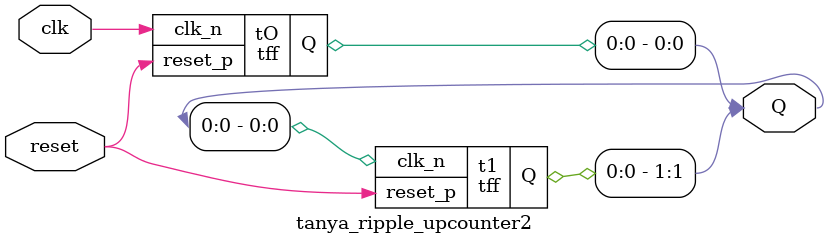
<source format=v>
module tff(input clk_n, input reset_p, output Q);

	wire D;
	dff d0(D, clk_n, reset_p, Q);
	not n1(D, Q);  // where D is the output and Q is the input
endmodule



// verilog code for D-flip flop module 
module dff(D, clk_n, reset_p, Q);
	
	input D, clk_n, reset_p;
	output reg Q;

	always @(posedge reset_p or negedge clk_n)
	if (reset_p)
		Q<=1'b0;
	else
		Q<=D;

endmodule



//verilog code for 2bit ripple upcounter module 
module tanya_ripple_upcounter2(clk, reset, Q);
	
	input clk, reset; 
	output [1:0] Q;

	tff tO(clk, reset, Q[0]);  //LSB T-flip flop
	tff t1(Q[0], reset, Q[1]);  //MSB T-flip flop  

endmodule


</source>
